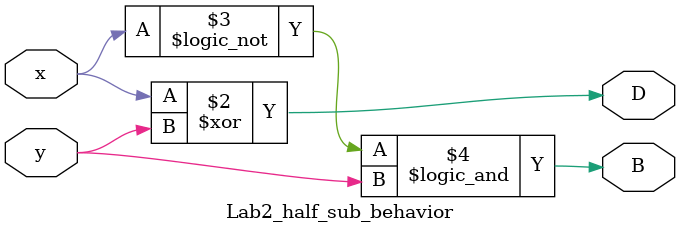
<source format=v>
module Lab2_half_sub_behavior(output reg D, B, input x, y);
	
	always @(x,y)
	begin
	D=x^y;
	B=!x&&y;
	end
endmodule

</source>
